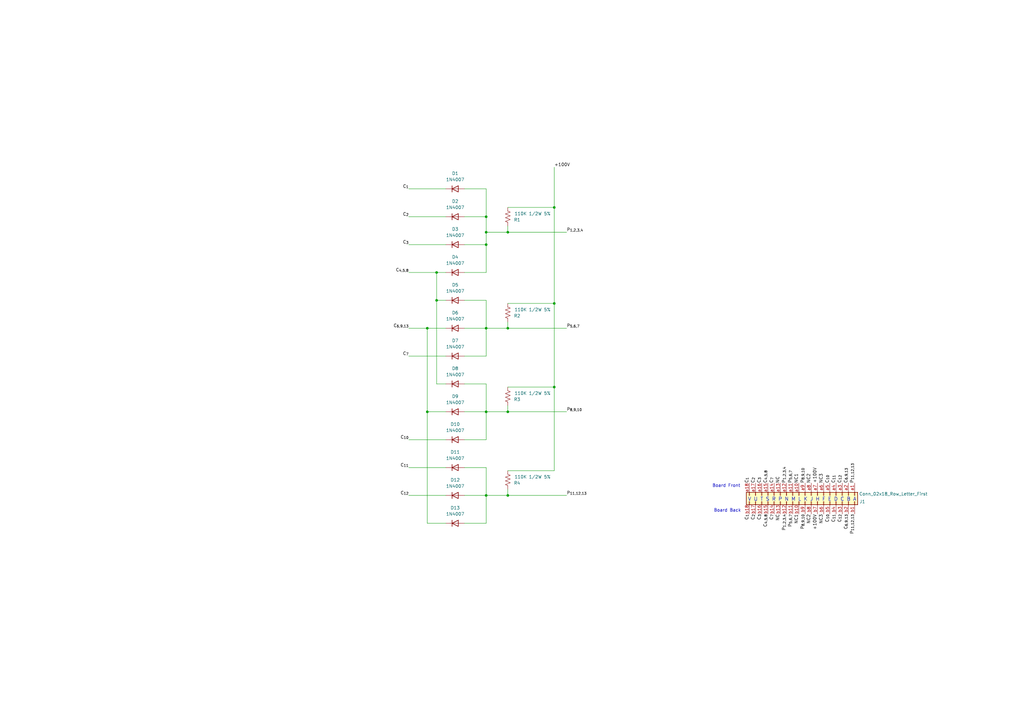
<source format=kicad_sch>
(kicad_sch (version 20211123) (generator eeschema)
  (paper "A3")
  (lib_symbols
    (symbol "Connector_Generic:Conn_02x18_Row_Letter_First" (pin_names (offset 1.016) hide)
      (property "Reference" "J" (at 1.27 22.86 0))
      (property "Value" "Conn_02x18_Row_Letter_First" (at 1.27 -25.4 0))
      (symbol "Conn_02x18_Row_Letter_First_1_1"
        (rectangle (start -1.27 -22.733) (end 0 -22.987) (stroke (width 0.1524)))
        (rectangle (start -1.27 -20.193) (end 0 -20.447) (stroke (width 0.1524)))
        (rectangle (start -1.27 -17.653) (end 0 -17.907) (stroke (width 0.1524)))
        (rectangle (start -1.27 -15.113) (end 0 -15.367) (stroke (width 0.1524)))
        (rectangle (start -1.27 -12.573) (end 0 -12.827) (stroke (width 0.1524)))
        (rectangle (start -1.27 -10.033) (end 0 -10.287) (stroke (width 0.1524)))
        (rectangle (start -1.27 -7.493) (end 0 -7.747) (stroke (width 0.1524)))
        (rectangle (start -1.27 -4.953) (end 0 -5.207) (stroke (width 0.1524)))
        (rectangle (start -1.27 -2.413) (end 0 -2.667) (stroke (width 0.1524)))
        (rectangle (start -1.27 0.127) (end 0 -0.127) (stroke (width 0.1524)))
        (rectangle (start -1.27 2.667) (end 0 2.413) (stroke (width 0.1524)))
        (rectangle (start -1.27 5.207) (end 0 4.953) (stroke (width 0.1524)))
        (rectangle (start -1.27 7.747) (end 0 7.493) (stroke (width 0.1524)))
        (rectangle (start -1.27 10.287) (end 0 10.033) (stroke (width 0.1524)))
        (rectangle (start -1.27 12.827) (end 0 12.573) (stroke (width 0.1524)))
        (rectangle (start -1.27 15.367) (end 0 15.113) (stroke (width 0.1524)))
        (rectangle (start -1.27 17.907) (end 0 17.653) (stroke (width 0.1524)))
        (rectangle (start -1.27 20.447) (end 0 20.193) (stroke (width 0.1524)))
        (rectangle (start -1.27 21.59) (end 3.81 -24.13) (stroke (width 0.254)) (fill (type background)))
        (rectangle (start 3.81 -22.733) (end 2.54 -22.987) (stroke (width 0.1524)))
        (rectangle (start 3.81 -20.193) (end 2.54 -20.447) (stroke (width 0.1524)))
        (rectangle (start 3.81 -17.653) (end 2.54 -17.907) (stroke (width 0.1524)))
        (rectangle (start 3.81 -15.113) (end 2.54 -15.367) (stroke (width 0.1524)))
        (rectangle (start 3.81 -12.573) (end 2.54 -12.827) (stroke (width 0.1524)))
        (rectangle (start 3.81 -10.033) (end 2.54 -10.287) (stroke (width 0.1524)))
        (rectangle (start 3.81 -7.493) (end 2.54 -7.747) (stroke (width 0.1524)))
        (rectangle (start 3.81 -4.953) (end 2.54 -5.207) (stroke (width 0.1524)))
        (rectangle (start 3.81 -2.413) (end 2.54 -2.667) (stroke (width 0.1524)))
        (rectangle (start 3.81 0.127) (end 2.54 -0.127) (stroke (width 0.1524)))
        (rectangle (start 3.81 2.667) (end 2.54 2.413) (stroke (width 0.1524)))
        (rectangle (start 3.81 5.207) (end 2.54 4.953) (stroke (width 0.1524)))
        (rectangle (start 3.81 7.747) (end 2.54 7.493) (stroke (width 0.1524)))
        (rectangle (start 3.81 10.287) (end 2.54 10.033) (stroke (width 0.1524)))
        (rectangle (start 3.81 12.827) (end 2.54 12.573) (stroke (width 0.1524)))
        (rectangle (start 3.81 15.367) (end 2.54 15.113) (stroke (width 0.1524)))
        (rectangle (start 3.81 17.907) (end 2.54 17.653) (stroke (width 0.1524)))
        (rectangle (start 3.81 20.447) (end 2.54 20.193) (stroke (width 0.1524)))
        (pin passive line (at -5.08 20.32 0) (length 3.81) (name "Pin_a1") (number "a1"))
        (pin passive line (at -5.08 -2.54 0) (length 3.81) (name "Pin_a10") (number "a10"))
        (pin passive line (at -5.08 -5.08 0) (length 3.81) (name "Pin_a11") (number "a11"))
        (pin passive line (at -5.08 -7.62 0) (length 3.81) (name "Pin_a12") (number "a12"))
        (pin passive line (at -5.08 -10.16 0) (length 3.81) (name "Pin_a13") (number "a13"))
        (pin passive line (at -5.08 -12.7 0) (length 3.81) (name "Pin_a14") (number "a14"))
        (pin passive line (at -5.08 -15.24 0) (length 3.81) (name "Pin_a15") (number "a15"))
        (pin passive line (at -5.08 -17.78 0) (length 3.81) (name "Pin_a16") (number "a16"))
        (pin passive line (at -5.08 -20.32 0) (length 3.81) (name "Pin_a17") (number "a17"))
        (pin passive line (at -5.08 -22.86 0) (length 3.81) (name "Pin_a18") (number "a18"))
        (pin passive line (at -5.08 17.78 0) (length 3.81) (name "Pin_a2") (number "a2"))
        (pin passive line (at -5.08 15.24 0) (length 3.81) (name "Pin_a3") (number "a3"))
        (pin passive line (at -5.08 12.7 0) (length 3.81) (name "Pin_a4") (number "a4"))
        (pin passive line (at -5.08 10.16 0) (length 3.81) (name "Pin_a5") (number "a5"))
        (pin passive line (at -5.08 7.62 0) (length 3.81) (name "Pin_a6") (number "a6"))
        (pin passive line (at -5.08 5.08 0) (length 3.81) (name "Pin_a7") (number "a7"))
        (pin passive line (at -5.08 2.54 0) (length 3.81) (name "Pin_a8") (number "a8"))
        (pin passive line (at -5.08 0 0) (length 3.81) (name "Pin_a9") (number "a9"))
        (pin passive line (at 7.62 20.32 180) (length 3.81) (name "Pin_b1") (number "b1"))
        (pin passive line (at 7.62 -2.54 180) (length 3.81) (name "Pin_b10") (number "b10"))
        (pin passive line (at 7.62 -5.08 180) (length 3.81) (name "Pin_b11") (number "b11"))
        (pin passive line (at 7.62 -7.62 180) (length 3.81) (name "Pin_b12") (number "b12"))
        (pin passive line (at 7.62 -10.16 180) (length 3.81) (name "Pin_b13") (number "b13"))
        (pin passive line (at 7.62 -12.7 180) (length 3.81) (name "Pin_b14") (number "b14"))
        (pin passive line (at 7.62 -15.24 180) (length 3.81) (name "Pin_b15") (number "b15"))
        (pin passive line (at 7.62 -17.78 180) (length 3.81) (name "Pin_b16") (number "b16"))
        (pin passive line (at 7.62 -20.32 180) (length 3.81) (name "Pin_b17") (number "b17"))
        (pin passive line (at 7.62 -22.86 180) (length 3.81) (name "Pin_b18") (number "b18"))
        (pin passive line (at 7.62 17.78 180) (length 3.81) (name "Pin_b2") (number "b2"))
        (pin passive line (at 7.62 15.24 180) (length 3.81) (name "Pin_b3") (number "b3"))
        (pin passive line (at 7.62 12.7 180) (length 3.81) (name "Pin_b4") (number "b4"))
        (pin passive line (at 7.62 10.16 180) (length 3.81) (name "Pin_b5") (number "b5"))
        (pin passive line (at 7.62 7.62 180) (length 3.81) (name "Pin_b6") (number "b6"))
        (pin passive line (at 7.62 5.08 180) (length 3.81) (name "Pin_b7") (number "b7"))
        (pin passive line (at 7.62 2.54 180) (length 3.81) (name "Pin_b8") (number "b8"))
        (pin passive line (at 7.62 0 180) (length 3.81) (name "Pin_b9") (number "b9"))
      )
    )
    (symbol "Device:R_US" (pin_numbers hide) (pin_names (offset 0))
      (property "Reference" "R" (at 2.54 0 90))
      (property "Value" "R_US" (at -2.54 0 90))
      (symbol "R_US_0_1"
        (polyline (pts (xy 0 -2.286) (xy 0 -2.54)))
        (polyline (pts (xy 0 2.286) (xy 0 2.54)))
        (polyline (pts (xy 0 -0.762) (xy 1.016 -1.143) (xy 0 -1.524) (xy -1.016 -1.905) (xy 0 -2.286)))
        (polyline (pts (xy 0 0.762) (xy 1.016 0.381) (xy 0 0) (xy -1.016 -0.381) (xy 0 -0.762)))
        (polyline (pts (xy 0 2.286) (xy 1.016 1.905) (xy 0 1.524) (xy -1.016 1.143) (xy 0 0.762)))
      )
      (symbol "R_US_1_1"
        (pin passive line (at 0 3.81 270) (length 1.27) (name "~") (number "1"))
        (pin passive line (at 0 -3.81 90) (length 1.27) (name "~") (number "2"))
      )
    )
    (symbol "Diode:1N4007" (pin_numbers hide) (pin_names (offset 1.016) hide)
      (property "Reference" "D" (at 0 2.54 0))
      (property "Value" "1N4007" (at 0 -2.54 0))
      (symbol "1N4007_0_1"
        (polyline (pts (xy -1.27 1.27) (xy -1.27 -1.27)) (stroke (width 0.254)))
        (polyline (pts (xy 1.27 0) (xy -1.27 0)))
        (polyline (pts (xy 1.27 1.27) (xy 1.27 -1.27) (xy -1.27 0) (xy 1.27 1.27)) (stroke (width 0.254)))
      )
      (symbol "1N4007_1_1"
        (pin passive line (at -3.81 0 0) (length 2.54) (name "K") (number "1"))
        (pin passive line (at 3.81 0 180) (length 2.54) (name "A") (number "2"))
      )
    )
  )
  (junction (at 208.28 95.25))
  (junction (at 175.26 168.91))
  (junction (at 179.07 123.19))
  (junction (at 199.39 134.62))
  (junction (at 227.33 124.46))
  (junction (at 199.39 203.2))
  (junction (at 227.33 85.09))
  (junction (at 179.07 111.76))
  (junction (at 208.28 203.2))
  (junction (at 199.39 88.9))
  (junction (at 208.28 168.91))
  (junction (at 208.28 134.62))
  (junction (at 199.39 100.33))
  (junction (at 199.39 168.91))
  (junction (at 175.26 134.62))
  (junction (at 199.39 95.25))
  (junction (at 227.33 158.75))
  (wire (pts (xy 199.39 146.05) (xy 190.5 146.05)))
  (wire (pts (xy 199.39 111.76) (xy 199.39 100.33)))
  (wire (pts (xy 190.5 203.2) (xy 199.39 203.2)))
  (wire (pts (xy 167.64 100.33) (xy 182.88 100.33)))
  (wire (pts (xy 182.88 123.19) (xy 179.07 123.19)))
  (wire (pts (xy 175.26 168.91) (xy 175.26 134.62)))
  (wire (pts (xy 179.07 157.48) (xy 179.07 123.19)))
  (wire (pts (xy 199.39 191.77) (xy 199.39 203.2)))
  (wire (pts (xy 208.28 134.62) (xy 232.41 134.62)))
  (wire (pts (xy 199.39 203.2) (xy 208.28 203.2)))
  (wire (pts (xy 190.5 111.76) (xy 199.39 111.76)))
  (wire (pts (xy 227.33 124.46) (xy 208.28 124.46)))
  (wire (pts (xy 208.28 203.2) (xy 208.28 200.66)))
  (wire (pts (xy 190.5 123.19) (xy 199.39 123.19)))
  (wire (pts (xy 208.28 95.25) (xy 232.41 95.25)))
  (wire (pts (xy 199.39 168.91) (xy 199.39 180.34)))
  (wire (pts (xy 199.39 123.19) (xy 199.39 134.62)))
  (wire (pts (xy 190.5 100.33) (xy 199.39 100.33)))
  (wire (pts (xy 167.64 146.05) (xy 182.88 146.05)))
  (wire (pts (xy 208.28 168.91) (xy 232.41 168.91)))
  (wire (pts (xy 199.39 168.91) (xy 208.28 168.91)))
  (wire (pts (xy 190.5 168.91) (xy 199.39 168.91)))
  (wire (pts (xy 190.5 191.77) (xy 199.39 191.77)))
  (wire (pts (xy 227.33 158.75) (xy 227.33 124.46)))
  (wire (pts (xy 199.39 100.33) (xy 199.39 95.25)))
  (wire (pts (xy 175.26 214.63) (xy 175.26 168.91)))
  (wire (pts (xy 179.07 111.76) (xy 182.88 111.76)))
  (wire (pts (xy 199.39 95.25) (xy 199.39 88.9)))
  (wire (pts (xy 227.33 193.04) (xy 227.33 158.75)))
  (wire (pts (xy 227.33 68.58) (xy 227.33 85.09)))
  (wire (pts (xy 167.64 134.62) (xy 175.26 134.62)))
  (wire (pts (xy 190.5 88.9) (xy 199.39 88.9)))
  (wire (pts (xy 167.64 77.47) (xy 182.88 77.47)))
  (wire (pts (xy 182.88 157.48) (xy 179.07 157.48)))
  (wire (pts (xy 167.64 88.9) (xy 182.88 88.9)))
  (wire (pts (xy 227.33 158.75) (xy 208.28 158.75)))
  (wire (pts (xy 167.64 180.34) (xy 182.88 180.34)))
  (wire (pts (xy 227.33 124.46) (xy 227.33 85.09)))
  (wire (pts (xy 167.64 203.2) (xy 182.88 203.2)))
  (wire (pts (xy 175.26 134.62) (xy 182.88 134.62)))
  (wire (pts (xy 199.39 214.63) (xy 190.5 214.63)))
  (wire (pts (xy 167.64 191.77) (xy 182.88 191.77)))
  (wire (pts (xy 199.39 134.62) (xy 199.39 146.05)))
  (wire (pts (xy 167.64 111.76) (xy 179.07 111.76)))
  (wire (pts (xy 208.28 168.91) (xy 208.28 166.37)))
  (wire (pts (xy 182.88 168.91) (xy 175.26 168.91)))
  (wire (pts (xy 199.39 157.48) (xy 199.39 168.91)))
  (wire (pts (xy 199.39 77.47) (xy 190.5 77.47)))
  (wire (pts (xy 208.28 193.04) (xy 227.33 193.04)))
  (wire (pts (xy 208.28 203.2) (xy 232.41 203.2)))
  (wire (pts (xy 199.39 134.62) (xy 208.28 134.62)))
  (wire (pts (xy 199.39 88.9) (xy 199.39 77.47)))
  (wire (pts (xy 199.39 180.34) (xy 190.5 180.34)))
  (wire (pts (xy 179.07 123.19) (xy 179.07 111.76)))
  (wire (pts (xy 227.33 85.09) (xy 208.28 85.09)))
  (wire (pts (xy 199.39 203.2) (xy 199.39 214.63)))
  (wire (pts (xy 190.5 157.48) (xy 199.39 157.48)))
  (wire (pts (xy 190.5 134.62) (xy 199.39 134.62)))
  (wire (pts (xy 199.39 95.25) (xy 208.28 95.25)))
  (wire (pts (xy 208.28 95.25) (xy 208.28 92.71)))
  (wire (pts (xy 208.28 134.62) (xy 208.28 132.08)))
  (wire (pts (xy 182.88 214.63) (xy 175.26 214.63)))
  (text "Board Back" (at 292.735 210.185 0) (effects (font (size 1.27 1.27)) (justify left bottom)))
  (text "Board Front" (at 292.1 200.025 0) (effects (font (size 1.27 1.27)) (justify left bottom)))
  (text "V U T S R P N M L K J H F E D C B A" (at 306.705 205.74 0) (effects (font (size 1.48 1.48)) (justify left bottom)))
  (label "C_{12}" (at 167.64 203.2 180))
  (label "C_{11}" (at 342.9 198.12 90))
  (label "NC3" (at 337.82 198.12 90))
  (label "C_{10}" (at 167.64 180.34 180))
  (label "C_{1}" (at 167.64 77.47 180))
  (label "P_{1,2,3,4}" (at 232.41 95.25 0))
  (label "P_{11,12,13}" (at 232.41 203.2 0))
  (label "P_{8,9,10}" (at 232.41 168.91 0))
  (label "C_{3}" (at 167.64 100.33 180))
  (label "P_{5,6,7}" (at 325.12 210.82 270))
  (label "C_{4,5,8}" (at 314.96 210.82 270))
  (label "C_{1}" (at 307.34 198.12 90))
  (label "C_{1}" (at 307.34 210.82 270))
  (label "P_{5,6,7}" (at 232.41 134.62 0))
  (label "P_{8,9,10}" (at 330.2 198.12 90))
  (label "NC2" (at 332.74 210.82 270))
  (label "C_{6,9,13}" (at 347.98 198.12 90))
  (label "NC2" (at 332.74 198.12 90))
  (label "NC3" (at 337.82 210.82 270))
  (label "P_{1,2,3,4}" (at 322.58 210.82 270))
  (label "C_{6,9,13}" (at 347.98 210.82 270))
  (label "C_{7}" (at 167.64 146.05 180))
  (label "C_{2}" (at 309.88 198.12 90))
  (label "C_{11}" (at 342.9 210.82 270))
  (label "P_{5,6,7}" (at 325.12 198.12 90))
  (label "NC" (at 320.04 210.82 270))
  (label "+100V" (at 227.33 68.58 0))
  (label "C_{7}" (at 317.5 198.12 90))
  (label "C_{10}" (at 340.36 210.82 270))
  (label "C_{2}" (at 309.88 210.82 270))
  (label "NC1" (at 327.66 198.12 90))
  (label "+100V" (at 335.28 210.82 270))
  (label "C_{11}" (at 167.64 191.77 180))
  (label "P_{1,2,3,4}" (at 322.58 198.12 90))
  (label "C_{2}" (at 167.64 88.9 180))
  (label "C_{12}" (at 345.44 210.82 270))
  (label "C_{4,5,8}" (at 314.96 198.12 90))
  (label "C_{12}" (at 345.44 198.12 90))
  (label "NC" (at 320.04 198.12 90))
  (label "C_{7}" (at 317.5 210.82 270))
  (label "C_{3}" (at 312.42 210.82 270))
  (label "C_{4,5,8}" (at 167.64 111.76 180))
  (label "P_{11,12,13}" (at 350.52 198.12 90))
  (label "C_{10}" (at 340.36 198.12 90))
  (label "+100V" (at 335.28 198.12 90))
  (label "P_{8,9,10}" (at 330.2 210.82 270))
  (label "P_{11,12,13}" (at 350.52 210.82 270))
  (label "C_{6,9,13}" (at 167.64 134.62 180))
  (label "NC1" (at 327.66 210.82 270))
  (label "C_{3}" (at 312.42 198.12 90))
  (symbol (lib_id "Diode:1N4007") (at 186.69 191.77 0) (unit 1)
    (property "Reference" "D11" (at 186.69 185.42 0))
    (property "Value" "1N4007" (at 186.69 187.96 0))
    (property "Footprint" "Diode_THT:D_DO-35_SOD27_P12.70mm_Horizontal" (effects hide))
    (property "Datasheet" "http://www.vishay.com/docs/88503/1n4001.pdf" (effects hide))
  )
  (symbol (lib_id "Diode:1N4007") (at 186.69 203.2 0) (unit 1)
    (property "Reference" "D12" (at 186.69 196.85 0))
    (property "Value" "1N4007" (at 186.69 199.39 0))
    (property "Footprint" "Diode_THT:D_DO-35_SOD27_P12.70mm_Horizontal" (effects hide))
    (property "Datasheet" "http://www.vishay.com/docs/88503/1n4001.pdf" (effects hide))
  )
  (symbol (lib_id "Connector_Generic:Conn_02x18_Row_Letter_First") (at 330.2 203.2 270) (unit 1)
    (property "Reference" "J1" (at 353.695 205.74 90))
    (property "Value" "Conn_02x18_Row_Letter_First" (at 366.395 202.565 90))
    (property "Footprint" "Bendix_G15:Card_Edge_P_Key" (effects hide))
  )
  (symbol (lib_id "Diode:1N4007") (at 186.69 134.62 0) (unit 1)
    (property "Reference" "D6" (at 186.69 128.27 0))
    (property "Value" "1N4007" (at 186.69 130.81 0))
    (property "Footprint" "Diode_THT:D_DO-35_SOD27_P12.70mm_Horizontal" (effects hide))
    (property "Datasheet" "http://www.vishay.com/docs/88503/1n4001.pdf" (effects hide))
  )
  (symbol (lib_id "Diode:1N4007") (at 186.69 168.91 0) (unit 1)
    (property "Reference" "D9" (at 186.69 162.56 0))
    (property "Value" "1N4007" (at 186.69 165.1 0))
    (property "Footprint" "Diode_THT:D_DO-35_SOD27_P12.70mm_Horizontal" (effects hide))
    (property "Datasheet" "http://www.vishay.com/docs/88503/1n4001.pdf" (effects hide))
  )
  (symbol (lib_id "Device:R_US") (at 208.28 162.56 180) (unit 1)
    (property "Reference" "R3" (at 212.09 163.83 0))
    (property "Value" "110K 1/2W 5%" (at 218.44 161.29 0))
    (property "Footprint" "Resistor_THT:R_Axial_DIN0411_L9.9mm_D3.6mm_P15.24mm_Horizontal" (effects hide))
  )
  (symbol (lib_id "Diode:1N4007") (at 186.69 123.19 0) (unit 1)
    (property "Reference" "D5" (at 186.69 116.84 0))
    (property "Value" "1N4007" (at 186.69 119.38 0))
    (property "Footprint" "Diode_THT:D_DO-35_SOD27_P12.70mm_Horizontal" (effects hide))
    (property "Datasheet" "http://www.vishay.com/docs/88503/1n4001.pdf" (effects hide))
  )
  (symbol (lib_id "Diode:1N4007") (at 186.69 100.33 0) (unit 1)
    (property "Reference" "D3" (at 186.69 93.98 0))
    (property "Value" "1N4007" (at 186.69 96.52 0))
    (property "Footprint" "Diode_THT:D_DO-35_SOD27_P12.70mm_Horizontal" (effects hide))
    (property "Datasheet" "http://www.vishay.com/docs/88503/1n4001.pdf" (effects hide))
  )
  (symbol (lib_id "Diode:1N4007") (at 186.69 111.76 0) (unit 1)
    (property "Reference" "D4" (at 186.69 105.41 0))
    (property "Value" "1N4007" (at 186.69 107.95 0))
    (property "Footprint" "Diode_THT:D_DO-35_SOD27_P12.70mm_Horizontal" (effects hide))
    (property "Datasheet" "http://www.vishay.com/docs/88503/1n4001.pdf" (effects hide))
  )
  (symbol (lib_id "Diode:1N4007") (at 186.69 146.05 0) (unit 1)
    (property "Reference" "D7" (at 186.69 139.7 0))
    (property "Value" "1N4007" (at 186.69 142.24 0))
    (property "Footprint" "Diode_THT:D_DO-35_SOD27_P12.70mm_Horizontal" (effects hide))
    (property "Datasheet" "http://www.vishay.com/docs/88503/1n4001.pdf" (effects hide))
  )
  (symbol (lib_id "Diode:1N4007") (at 186.69 214.63 0) (unit 1)
    (property "Reference" "D13" (at 186.69 208.28 0))
    (property "Value" "1N4007" (at 186.69 210.82 0))
    (property "Footprint" "Diode_THT:D_DO-35_SOD27_P12.70mm_Horizontal" (effects hide))
    (property "Datasheet" "http://www.vishay.com/docs/88503/1n4001.pdf" (effects hide))
  )
  (symbol (lib_id "Diode:1N4007") (at 186.69 88.9 0) (unit 1)
    (property "Reference" "D2" (at 186.69 82.55 0))
    (property "Value" "1N4007" (at 186.69 85.09 0))
    (property "Footprint" "Diode_THT:D_DO-35_SOD27_P12.70mm_Horizontal" (effects hide))
    (property "Datasheet" "http://www.vishay.com/docs/88503/1n4001.pdf" (effects hide))
  )
  (symbol (lib_id "Device:R_US") (at 208.28 88.9 180) (unit 1)
    (property "Reference" "R1" (at 212.09 90.17 0))
    (property "Value" "110K 1/2W 5%" (at 218.44 87.63 0))
    (property "Footprint" "Resistor_THT:R_Axial_DIN0411_L9.9mm_D3.6mm_P15.24mm_Horizontal" (effects hide))
  )
  (symbol (lib_id "Diode:1N4007") (at 186.69 180.34 0) (unit 1)
    (property "Reference" "D10" (at 186.69 173.99 0))
    (property "Value" "1N4007" (at 186.69 176.53 0))
    (property "Footprint" "Diode_THT:D_DO-35_SOD27_P12.70mm_Horizontal" (effects hide))
    (property "Datasheet" "http://www.vishay.com/docs/88503/1n4001.pdf" (effects hide))
  )
  (symbol (lib_id "Diode:1N4007") (at 186.69 77.47 0) (unit 1)
    (property "Reference" "D1" (at 186.69 71.12 0))
    (property "Value" "1N4007" (at 186.69 73.66 0))
    (property "Footprint" "Diode_THT:D_DO-35_SOD27_P12.70mm_Horizontal" (effects hide))
    (property "Datasheet" "http://www.vishay.com/docs/88503/1n4001.pdf" (effects hide))
  )
  (symbol (lib_id "Device:R_US") (at 208.28 128.27 180) (unit 1)
    (property "Reference" "R2" (at 212.09 129.54 0))
    (property "Value" "110K 1/2W 5%" (at 218.44 127 0))
    (property "Footprint" "Resistor_THT:R_Axial_DIN0411_L9.9mm_D3.6mm_P15.24mm_Horizontal" (effects hide))
  )
  (symbol (lib_id "Diode:1N4007") (at 186.69 157.48 0) (unit 1)
    (property "Reference" "D8" (at 186.69 151.13 0))
    (property "Value" "1N4007" (at 186.69 153.67 0))
    (property "Footprint" "Diode_THT:D_DO-35_SOD27_P12.70mm_Horizontal" (effects hide))
    (property "Datasheet" "http://www.vishay.com/docs/88503/1n4001.pdf" (effects hide))
  )
  (symbol (lib_id "Device:R_US") (at 208.28 196.85 180) (unit 1)
    (property "Reference" "R4" (at 212.09 198.12 0))
    (property "Value" "110K 1/2W 5%" (at 218.44 195.58 0))
    (property "Footprint" "Resistor_THT:R_Axial_DIN0411_L9.9mm_D3.6mm_P15.24mm_Horizontal" (effects hide))
  )
)
</source>
